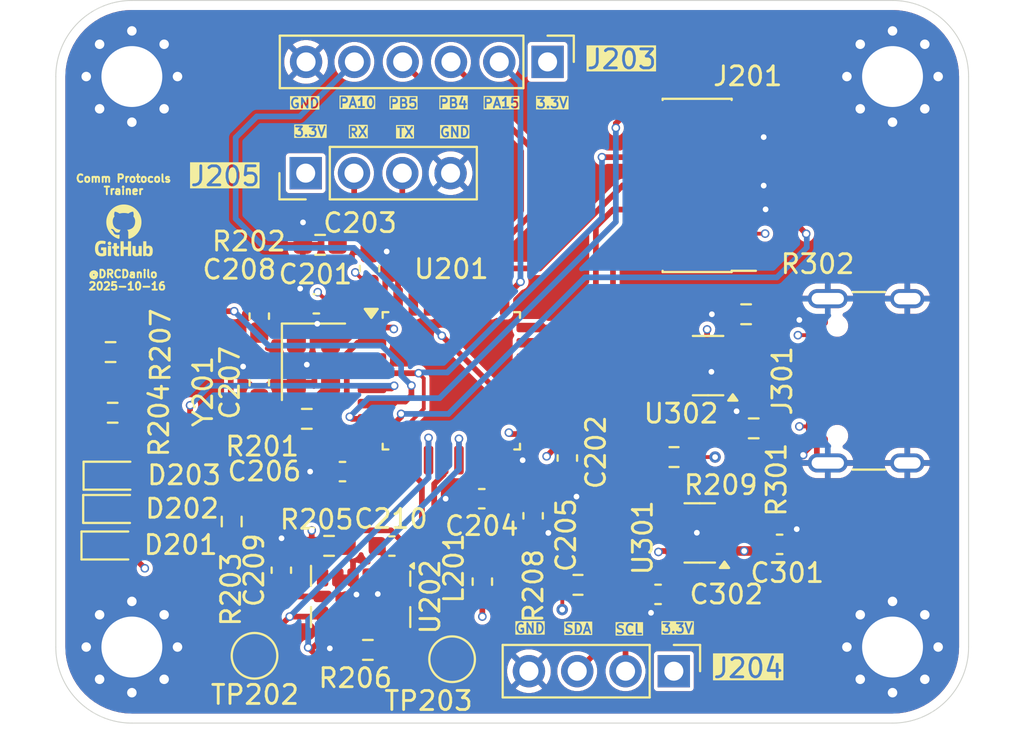
<source format=kicad_pcb>
(kicad_pcb (version 20241229) (generator "pcbnew") (generator_version "9.0")
  (title_block (title "Tuto Kicad") (date "2025-09-12") (rev "v10") (company "ENSEA") (comment 1 "Danilo Del Rio Cisneros"))
  (layers (0 "F.Cu" signal) (4 "In1.Cu" signal) (6 "In2.Cu" signal) (2 "B.Cu" signal) (13 "F.Paste" user) (15 "B.Paste" user) (5 "F.SilkS" user "F.Silkscreen") (7 "B.SilkS" user "B.Silkscreen") (1 "F.Mask" user) (3 "B.Mask" user) (25 "Edge.Cuts" user))
  (net 0 "")
  (net 1 "GND")
  (net 2 "+3.3V")
  (net 3 "Net-(U201-VDDA)")
  (net 4 "NRST")
  (net 5 "/STM32/OSC_IN")
  (net 6 "Net-(C208-Pad2)")
  (net 7 "+5V")
  (net 8 "Net-(D201-K)")
  (net 9 "Net-(D202-K)")
  (net 10 "RED_LED")
  (net 11 "SWDIO")
  (net 13 "SWO")
  (net 15 "SWCLK")
  (net 18 "/USB/USB_D-")
  (net 20 "/USB/CC1")
  (net 21 "/USB/USB_D+")
  (net 23 "/USB/CC2")
  (net 24 "VCP_RX")
  (net 25 "VCP_TX")
  (net 26 "/STM32/OSC_OUT")
  (net 27 "/STM32/BOOT0")
  (net 28 "BLUE_LED")
  (net 29 "Net-(D203-K)")
  (net 30 "PB5")
  (net 31 "PB4")
  (net 32 "PA15")
  (net 33 "I2C2_SCL")
  (net 34 "/STM32/D+")
  (net 35 "I2C2_SDA")
  (net 36 "/STM32/D-")
  (net 38 "Net-(U202-Vdd_I{slash}O)")
  (net 39 "Net-(U202-SDO{slash}ADDR)")
  (net 40 "UART1_RX")
  (net 42 "UART1_TX")
  (net 43 "SDIO_ACCE_SPI1")
  (net 44 "CS_ACCE_SP1")
  (net 45 "SCK_ACCE_SPI1")
  (net 46 "INT1_ACCE")
  (net 47 "INT2_ACCE")
  (net 50 "PA10")
  (footprint "LED_SMD:LED_0603_1608Metric_Pad1.05x0.95mm_HandSolder" (layer "F.Cu") (at 209.1 92.74)
    (property "Reference" "D202")
    (property "Value" "RED")
  )
  (footprint "Resistor_SMD:R_0603_1608Metric_Pad0.98x0.95mm_HandSolder" (layer "F.Cu") (at 219.9 78.85)
    (property "Reference" "R202")
    (property "Value" "100k")
  )
  (footprint "Capacitor_SMD:C_0603_1608Metric_Pad1.08x0.95mm_HandSolder" (layer "F.Cu") (at 221.075 90.775)
    (property "Reference" "C206")
    (property "Value" "1uF")
  )
  (footprint "Capacitor_SMD:C_0603_1608Metric_Pad1.08x0.95mm_HandSolder" (layer "F.Cu") (at 232.9 90.06 -90)
    (property "Reference" "C202")
    (property "Value" "100nF")
  )
  (footprint "Package_TO_SOT_SMD:SOT-23-6" (layer "F.Cu") (at 240.3 85.2 180)
    (property "Reference" "U302")
    (property "Value" "USBLC6-2SC6")
  )
  (footprint "Resistor_SMD:R_0603_1608Metric_Pad0.98x0.95mm_HandSolder" (layer "F.Cu") (at 220.37 94.68 180)
    (property "Reference" "R205")
    (property "Value" "100")
  )
  (footprint "Capacitor_SMD:C_0603_1608Metric_Pad1.08x0.95mm_HandSolder" (layer "F.Cu") (at 244.0625 94.6)
    (property "Reference" "C301")
    (property "Value" "1uF")
  )
  (footprint "Connector_PinHeader_2.54mm:PinHeader_1x04_P2.54mm_Vertical" (layer "F.Cu") (at 238.5 101.27 -90)
    (property "Reference" "J204")
    (property "Value" "I2C2")
  )
  (footprint "Resistor_SMD:R_0603_1608Metric_Pad0.98x0.95mm_HandSolder" (layer "F.Cu") (at 219.2 88)
    (property "Reference" "R201")
    (property "Value" "10R")
  )
  (footprint "Resistor_SMD:R_0603_1608Metric_Pad0.98x0.95mm_HandSolder" (layer "F.Cu") (at 215.25 93.4 -90)
    (property "Reference" "R203")
    (property "Value" "1k")
  )
  (footprint "Resistor_SMD:R_0603_1608Metric_Pad0.98x0.95mm_HandSolder" (layer "F.Cu") (at 208.88 84.49 180)
    (property "Reference" "R207")
    (property "Value" "1k")
  )
  (footprint "Resistor_SMD:R_0603_1608Metric_Pad0.98x0.95mm_HandSolder" (layer "F.Cu") (at 222.41 100.15)
    (property "Reference" "R206")
    (property "Value" "10k")
  )
  (footprint "Resistor_SMD:R_0603_1608Metric" (layer "F.Cu") (at 238.51 90.01 180)
    (property "Reference" "R209")
    (property "Value" "2K2")
  )
  (footprint "LED_SMD:LED_0603_1608Metric_Pad1.05x0.95mm_HandSolder" (layer "F.Cu") (at 209.01 94.66)
    (property "Reference" "D201")
    (property "Value" "GREEN")
  )
  (footprint "logoGitHub:logoGitHub" (layer "F.Cu") (at 209.58 78.09)
    (property "Reference" "G***" (hide yes))
    (property "Value" "LOGO" (hide yes))
  )
  (footprint "Capacitor_SMD:C_0603_1608Metric" (layer "F.Cu") (at 217.86 95.96 90)
    (property "Reference" "C209")
    (property "Value" "10uF")
  )
  (footprint "Capacitor_SMD:C_0603_1608Metric" (layer "F.Cu") (at 223.675 94.69 180)
    (property "Reference" "C210")
    (property "Value" "100nF")
  )
  (footprint "Resistor_SMD:R_0603_1608Metric_Pad0.98x0.95mm_HandSolder" (layer "F.Cu") (at 242.7 88.5 180)
    (property "Reference" "R301")
    (property "Value" "5k1")
  )
  (footprint "Resistor_SMD:R_0603_1608Metric_Pad0.98x0.95mm_HandSolder" (layer "F.Cu") (at 242.3 82.5 180)
    (property "Reference" "R302")
    (property "Value" "5k1")
  )
  (footprint "Crystal:Crystal_SMD_EuroQuartz_MT-4Pin_3.2x2.5mm" (layer "F.Cu") (at 219.55 85 -90)
    (property "Reference" "Y201")
    (property "Value" "16MHz")
  )
  (footprint "Package_QFP:LQFP-32_7x7mm_P0.8mm" (layer "F.Cu") (at 226.8 86)
    (property "Reference" "U201")
    (property "Value" "STM32G431KBT6")
  )
  (footprint "MountingHole:MountingHole_3.2mm_M3_Pad_Via" (layer "F.Cu") (at 210 70)
    (property "Reference" "H101" (hide yes))
    (property "Value" "MountingHole_Pad")
  )
  (footprint "Capacitor_SMD:C_0603_1608Metric_Pad1.08x0.95mm_HandSolder" (layer "F.Cu") (at 216.7 86.1 -90)
    (property "Reference" "C207")
    (property "Value" "10pF")
  )
  (footprint "Inductor_SMD:L_0603_1608Metric_Pad1.05x0.95mm_HandSolder" (layer "F.Cu") (at 228.43 96.56 90)
    (property "Reference" "L201")
    (property "Value" "4n9")
  )
  (footprint "Capacitor_SMD:C_0603_1608Metric_Pad1.08x0.95mm_HandSolder" (layer "F.Cu") (at 228.4 92.2 180)
    (property "Reference" "C204")
    (property "Value" "10nF")
  )
  (footprint "MountingHole:MountingHole_3.2mm_M3_Pad_Via" (layer "F.Cu") (at 250 70)
    (property "Reference" "H104" (hide yes))
    (property "Value" "MountingHole_Pad")
  )
  (footprint "Resistor_SMD:R_0603_1608Metric" (layer "F.Cu") (at 233.46 96.73)
    (property "Reference" "R208")
    (property "Value" "2K2")
  )
  (footprint "Capacitor_SMD:C_0603_1608Metric_Pad1.08x0.95mm_HandSolder" (layer "F.Cu") (at 222.5 80.1 90)
    (property "Reference" "C203")
    (property "Value" "100nF")
  )
  (footprint "TestPoint:TestPoint_Pad_D2.0mm" (layer "F.Cu") (at 216.45 100.46)
    (property "Reference" "TP202")
    (property "Value" "TestPoint")
  )
  (footprint "Resistor_SMD:R_0603_1608Metric_Pad0.98x0.95mm_HandSolder" (layer "F.Cu") (at 208.99 87.68 180)
    (property "Reference" "R204")
    (property "Value" "1k")
  )
  (footprint "TestPoint:TestPoint_Pad_D2.0mm" (layer "F.Cu") (at 226.84 100.64)
    (property "Reference" "TP203")
    (property "Value" "TestPoint")
  )
  (footprint "Connector_USB:USB_C_Receptacle_GCT_USB4105-xx-A_16P_TopMnt_Horizontal" (layer "F.Cu") (at 249.7 86 90)
    (property "Reference" "J301")
    (property "Value" "USB_C_Receptacle_USB2.0_16P")
  )
  (footprint "Connector_PinHeader_2.54mm:PinHeader_1x04_P2.54mm_Vertical" (layer "F.Cu") (at 219.14 75.08 90)
    (property "Reference" "J205")
    (property "Value" "UART1")
  )
  (footprint "Capacitor_SMD:C_0603_1608Metric_Pad1.08x0.95mm_HandSolder" (layer "F.Cu") (at 231.1 93.1 -90)
    (property "Reference" "C205")
    (property "Value" "1uF")
  )
  (footprint "Capacitor_SMD:C_0603_1608Metric_Pad1.08x0.95mm_HandSolder" (layer "F.Cu") (at 237.67 97.23 180)
    (property "Reference" "C302")
    (property "Value" "1uF")
  )
  (footprint "MountingHole:MountingHole_3.2mm_M3_Pad_Via" (layer "F.Cu") (at 250 100)
    (property "Reference" "H103" (hide yes))
    (property "Value" "MountingHole_Pad")
  )
  (footprint "Package_TO_SOT_SMD:SOT-23-5" (layer "F.Cu") (at 239.8625 94 180)
    (property "Reference" "U301")
    (property "Value" "MIC5317-3.3YM5-TR")
  )
  (footprint "Connector_PinHeader_2.54mm:PinHeader_1x06_P2.54mm_Vertical" (layer "F.Cu") (at 231.86 69.23 -90)
    (property "Reference" "J203")
    (property "Value" "GPIO")
  )
  (footprint "MountingHole:MountingHole_3.2mm_M3_Pad_Via" (layer "F.Cu") (at 210 100)
    (property "Reference" "H102" (hide yes))
    (property "Value" "MountingHole_Pad")
  )
  (footprint "Capacitor_SMD:C_0603_1608Metric_Pad1.08x0.95mm_HandSolder" (layer "F.Cu") (at 219.7 81.95 180)
    (property "Reference" "C201")
    (property "Value" "4u7F")
  )
  (footprint "Capacitor_SMD:C_0603_1608Metric_Pad1.08x0.95mm_HandSolder" (layer "F.Cu") (at 216.7 82.6 -90)
    (property "Reference" "C208")
    (property "Value" "10pF")
  )
  (footprint "LED_SMD:LED_0603_1608Metric_Pad1.05x0.95mm_HandSolder" (layer "F.Cu") (at 209.12 90.99)
    (property "Reference" "D203")
    (property "Value" "BLUE")
  )
  (footprint "Package_LGA:LGA-14_3x5mm_P0.8mm_LayoutBorder1x6y" (layer "F.Cu") (at 222.03 97.34 -90)
    (property "Reference" "U202")
    (property "Value" "ADXL343")
  )
  (footprint "Connector_PinHeader_1.27mm:PinHeader_2x07_P1.27mm_Vertical_SMD" (layer "F.Cu") (at 239.725 75.725 180)
    (property "Reference" "J201")
    (property "Value" "Conn_ST_STDC14")
  )
  (gr_line (start 250 66) (end 210 66) (stroke (width 0.05)) (layer "Edge.Cuts"))
  (gr_line (start 210 104) (end 250 104) (stroke (width 0.05)) (layer "Edge.Cuts"))
  (gr_line (start 254 100) (end 254 70) (stroke (width 0.05)) (layer "Edge.Cuts"))
  (gr_arc (start 254 100) (mid 252.828427 102.828427) (end 250 104) (stroke (width 0.05)) (layer "Edge.Cuts"))
  (gr_arc (start 210 104) (mid 207.171573 102.828427) (end 206 100) (stroke (width 0.05)) (layer "Edge.Cuts"))
  (gr_arc (start 206 70) (mid 207.171573 67.171573) (end 210 66) (stroke (width 0.05)) (layer "Edge.Cuts"))
  (gr_arc (start 250 66) (mid 252.828427 67.171573) (end 254 70) (stroke (width 0.05)) (layer "Edge.Cuts"))
  (gr_line (start 206 70) (end 206 100) (stroke (width 0.05)) (layer "Edge.Cuts"))
  (gr_text "SCL" (at 235.38 99.36 0) (layer "F.SilkS" knockout) (effects (font (size 0.5 0.5) (thickness 0.1)) (justify left bottom)))
  (gr_text "@DRCDanilo\n2025-10-16" (at 207.67 81.26 0) (layer "F.SilkS") (effects (font (size 0.4 0.4) (thickness 0.1)) (justify left bottom)))
  (gr_text "GND" (at 230.11 99.31 0) (layer "F.SilkS" knockout) (effects (font (size 0.5 0.5) (thickness 0.1)) (justify left bottom)))
  (gr_text "PA15" (at 228.42 71.69 0) (layer "F.SilkS" knockout) (effects (font (size 0.5 0.5) (thickness 0.1)) (justify left bottom)))
  (gr_text "3.3V" (at 231.22 71.69 0) (layer "F.SilkS" knockout) (effects (font (size 0.5 0.5) (thickness 0.1)) (justify left bottom)))
  (gr_text "PA10" (at 220.84 71.67 0) (layer "F.SilkS" knockout) (effects (font (size 0.5 0.5) (thickness 0.1)) (justify left bottom)))
  (gr_text "Comm Protocols\nTrainer" (at 209.559326 76.24 0) (layer "F.SilkS") (effects (font (size 0.4 0.4) (thickness 0.1)) (justify bottom)))
  (gr_text "3.3V" (at 218.5 73.19 0) (layer "F.SilkS" knockout) (effects (font (size 0.5 0.5) (thickness 0.1)) (justify left bottom)))
  (gr_text "TX" (at 223.88 73.22 0) (layer "F.SilkS" knockout) (effects (font (size 0.5 0.5) (thickness 0.1)) (justify left bottom)))
  (gr_text "3.3V" (at 237.81 99.31 0) (layer "F.SilkS" knockout) (effects (font (size 0.5 0.5) (thickness 0.1)) (justify left bottom)))
  (gr_text "GND" (at 218.26 71.7 0) (layer "F.SilkS" knockout) (effects (font (size 0.5 0.5) (thickness 0.1)) (justify left bottom)))
  (gr_text "PB4" (at 226.09 71.69 0) (layer "F.SilkS" knockout) (effects (font (size 0.5 0.5) (thickness 0.1)) (justify left bottom)))
  (gr_text "SDA" (at 232.68 99.33 0) (layer "F.SilkS" knockout) (effects (font (size 0.5 0.5) (thickness 0.1)) (justify left bottom)))
  (gr_text "GND" (at 226.15 73.22 0) (layer "F.SilkS" knockout) (effects (font (size 0.5 0.5) (thickness 0.1)) (justify left bottom)))
  (gr_text "PB5" (at 223.47 71.7 0) (layer "F.SilkS" knockout) (effects (font (size 0.5 0.5) (thickness 0.1)) (justify left bottom)))
  (gr_text "RX" (at 221.33 73.21 0) (layer "F.SilkS" knockout) (effects (font (size 0.5 0.5) (thickness 0.1)) (justify left bottom)))
  (segment (start 246.02 89.2) (end 246 89.2) (width 0.2) (layer "F.Cu") (net 1))
  (segment (start 246.02 82.8) (end 245.1 82.8) (width 0.2) (layer "F.Cu") (net 1))
  (segment (start 228 91.7375) (end 227.5375 92.2) (width 0.3) (layer "F.Cu") (net 1))
  (segment (start 244.9625 94.5625) (end 244.925 94.6) (width 0.2) (layer "F.Cu") (net 1))
  (segment (start 223.3625 79.2375) (end 223.4 79.2) (width 0.2) (layer "F.Cu") (net 1))
  (segment (start 236.8075 97.7075) (end 237.3 98.2) (width 0.3) (layer "F.Cu") (net 1))
  (segment (start 224 81.825) (end 224 79.8) (width 0.3) (layer "F.Cu") (net 1))
  (segment (start 241.4375 85.2) (end 240.802019 85.2) (width 0.2) (layer "F.Cu") (net 1))
  (segment (start 220.49 100.15) (end 220.41 100.07) (width 0.3) (layer "F.Cu") (net 1))
  (segment (start 221.63 97.06) (end 221.81 97.24) (width 0.3) (layer "F.Cu") (net 1))
  (segment (start 232.9 91.61) (end 233.38 92.09) (width 0.3) (layer "F.Cu") (net 1))
  (segment (start 241.3875 82.5) (end 240.5 82.5) (width 0.2) (layer "F.Cu") (net 1))
  (segment (start 222.5 79.2375) (end 223.3625 79.2375) (width 0.2) (layer "F.Cu") (net 1))
  (segment (start 232.9 90.9225) (end 232.9 91.61) (width 0.3) (layer "F.Cu") (net 1))
  (segment (start 218.8375 81.95) (end 218.8375 81.1625) (width 0.2) (layer "F.Cu") (net 1))
  (segment (start 223.23 96.91339) (end 222.931519 97.211871) (width 0.3) (layer "F.Cu") (net 1))
  (segment (start 215.8625 85.2375) (end 215.85 85.25) (width 0.2) (layer "F.Cu") (net 1))
  (segment (start 240.802019 85.2) (end 240.47562 85.526399) (width 0.2) (layer "F.Cu") (net 1))
  (segment (start 217.86 94.29) (end 217.87 94.28) (width 0.3) (layer "F.Cu") (net 1))
  (segment (start 220.45 83.9) (end 220.45 83.7) (width 0.2) (layer "F.Cu") (net 1))
  (segment (start 231.8625 93.9625) (end 231.9 94) (width 0.2) (layer "F.Cu") (net 1))
  (segment (start 241.7875 88.5) (end 241.7875 87.6125) (width 0.2) (layer "F.Cu") (net 1))
  (segment (start 241 94) (end 239.72 94) (width 0.2) (layer "F.Cu") (net 1))
  (segment (start 243.215 75.725) (end 243.225 75.735) (width 0.2) (layer "F.Cu") (net 1))
  (segment (start 241.675 73.185) (end 243.225 73.185) (width 0.2) (layer "F.Cu") (net 1))
  (segment (start 241.7875 87.6125) (end 241.8 87.6) (width 0.2) (layer "F.Cu") (net 1))
  (segment (start 218.65 85.7) (end 219.2 85.15) (width 0.2) (layer "F.Cu") (net 1))
  (segment (start 223.23 96.34) (end 223.23 96.91339) (width 0.3) (layer "F.Cu") (net 1))
  (segment (start 244.9625 93.8) (end 244.9625 94.5625) (width 0.2) (layer "F.Cu") (net 1))
  (segment (start 221.4975 100.15) (end 220.49 100.15) (width 0.3) (layer "F.Cu") (net 1))
  (segment (start 220.83 96.34) (end 221.63 96.34) (width 0.3) (layer "F.Cu") (net 1))
  (segment (start 223.23 95.02) (end 222.9 94.69) (width 0.3) (layer "F.Cu") (net 1))
  (segment (start 236.8075 97.23) (end 236.8075 97.7075) (width 0.3) (layer "F.Cu") (net 1))
  (segment (start 221.63 96.34) (end 221.63 97.06) (width 0.3) (layer "F.Cu") (net 1))
  (segment (start 246.595 90.32) (end 247.48 90.32) (width 0.2) (layer "F.Cu") (net 1))
  (segment (start 250.775 81.68) (end 250.98 81.68) (width 0.2) (layer "F.Cu") (net 1))
  (segment (start 223.23 96.34) (end 223.23 95.02) (width 0.3) (layer "F.Cu") (net 1))
  (segment (start 243.315 76.995) (end 243.325 76.985) (width 0.2) (layer "F.Cu") (net 1))
  (segment (start 220.45 83.7) (end 219.75 83) (width 0.2) (layer "F.Cu") (net 1))
  (segment (start 227.5375 92.2) (end 226.5 92.2) (width 0.2) (layer "F.Cu") (net 1))
  (segment (start 246.595 81.68) (end 247.48 81.68) (width 0.2) (layer "F.Cu") (net 1))
  (segment (start 220.2125 90.775) (end 219.375 90.775) (width 0.5) (layer "F.Cu") (net 1))
  (segment (start 217.86 95.185) (end 217.86 94.29) (width 0.3) (layer "F.Cu") (net 1))
  (segment (start 218.8375 81.1625) (end 218.85 81.15) (width 0.2) (layer "F.Cu") (net 1))
  (segment (start 228 90.175) (end 228 91.7375) (width 0.3) (layer "F.Cu") (net 1))
  (segment (start 241.675 76.995) (end 243.315 76.995) (width 0.2) (layer "F.Cu") (net 1))
  (segment (start 218.9875 78.85) (end 218.9875 77.6825) (width 0.3) (layer "F.Cu") (net 1))
  (segment (start 218.9875 77.6825) (end 219 77.67) (width 0.3) (layer "F.Cu") (net 1))
  (segment (start 216.7 85.2375) (end 215.8625 85.2375) (width 0.2) (layer "F.Cu") (net 1))
  (segment (start 246 89.2) (end 245.3 89.9) (width 0.2) (layer "F.Cu") (net 1))
  (segment (start 239.72 94) (end 239.71 93.99) (width 0.2) (layer "F.Cu") (net 1))
  (segment (start 218.65 86.1) (end 218.65 85.7) (width 0.2) (layer "F.Cu") (net 1))
  (segment (start 224 79.8) (end 223.4 79.2) (width 0.3) (layer "F.Cu") (net 1))
  (segment (start 231.1 93.9625) (end 231.8625 93.9625) (width 0.2) (layer "F.Cu") (net 1))
  (segment (start 241.675 75.725) (end 243.215 75.725) (width 0.2) (layer "F.Cu") (net 1))
  (via (at 219.75 83) (size 0.45) (drill 0.3) (layers "F.Cu" "B.Cu") (net 1))
  (via (at 243.225 75.735) (size 0.45) (drill 0.3) (layers "F.Cu" "B.Cu") (net 1))
  (via (at 226.5 92.2) (size 0.45) (drill 0.3) (layers "F.Cu" "B.Cu") (net 1))
  (via (at 223.4 79.2) (size 0.45) (drill 0.3) (layers "F.Cu" "B.Cu") (net 1))
  (via (at 233.38 92.09) (size 0.45) (drill 0.3) (layers "F.Cu" "B.Cu") (net 1))
  (via (at 219.2 85.15) (size 0.45) (drill 0.3) (layers "F.Cu" "B.Cu") (net 1))
  (via (at 244.9625 93.8) (size 0.45) (drill 0.3) (layers "F.Cu" "B.Cu") (net 1))
  (via (at 245.1 82.8) (size 0.45) (drill 0.3) (layers "F.Cu" "B.Cu") (net 1))
  (via (at 218.85 81.15) (size 0.45) (drill 0.3) (layers "F.Cu" "B.Cu") (net 1))
  (via (at 219.375 90.775) (size 0.45) (drill 0.3) (layers "F.Cu" "B.Cu") (net 1))
  (via (at 217.87 94.28) (size 0.45) (drill 0.3) (layers "F.Cu" "B.Cu") (net 1))
  (via (at 241.8 87.6) (size 0.45) (drill 0.3) (layers "F.Cu" "B.Cu") (net 1))
  (via (at 240.5 82.5) (size 0.45) (drill 0.3) (layers "F.Cu" "B.Cu") (net 1))
  (via (at 243.325 76.985) (size 0.45) (drill 0.3) (layers "F.Cu" "B.Cu") (net 1))
  (via (at 240.47562 85.526399) (size 0.45) (drill 0.3) (layers "F.Cu" "B.Cu") (net 1))
  (via (at 215.85 85.25) (size 0.45) (drill 0.3) (layers "F.Cu" "B.Cu") (net 1))
  (via (at 220.41 100.07) (size 0.45) (drill 0.3) (layers "F.Cu" "B.Cu") (net 1))
  (via (at 230.55 90.175) (size 0.45) (drill 0.3) (layers "F.Cu" "B.Cu") (net 1))
  (via (at 231.9 94) (size 0.45) (drill 0.3) (layers "F.Cu" "B.Cu") (net 1))
  (via (at 219 77.67) (size 0.45) (drill 0.3) (layers "F.Cu" "B.Cu") (net 1))
  (via (at 222.931519 97.211871) (size 0.45) (drill 0.3) (layers "F.Cu" "B.Cu") (net 1))
  (via (at 237.3 98.2) (size 0.45) (drill 0.3) (layers "F.Cu" "B.Cu") (net 1))
  (via (at 221.81 97.24) (size 0.45) (drill 0.3) (layers "F.Cu" "B.Cu") (net 1))
  (via (at 239.71 93.99) (size 0.6) (drill 0.3) (layers "F.Cu" "B.Cu") (net 1))
  (via (at 245.3 89.9) (size 0.45) (drill 0.3) (layers "F.Cu" "B.Cu") (net 1))
  (via (at 243.225 73.185) (size 0.45) (drill 0.3) (layers "F.Cu" "B.Cu") (net 1))
  (segment (start 239.335 90.01) (end 240.67 90.01) (width 0.2) (layer "F.Cu") (net 2))
  (segment (start 232.635 98.025) (end 232.63 98.03) (width 0.2) (layer "F.Cu") (net 2))
  (segment (start 239.335 90.01) (end 239.335 90.485) (width 0.2) (layer "F.Cu") (net 2))
  (segment (start 219.4575 93.8725) (end 219.46 93.87) (width 0.3) (layer "F.Cu") (net 2))
  (segment (start 222.4125 80.9625) (end 221.75 80.3) (width 0.2) (layer "F.Cu") (net 2))
  (segment (start 220.5625 81.95) (end 220.386274 81.95) (width 0.2) (layer "F.Cu") (net 2))
  (segment (start 223.7 83.2) (end 223.775 83.275) (width 0.2) (layer "F.Cu") (net 2))
  (segment (start 239.335 90.485) (end 237.48 92.34) (width 0.2) (layer "F.Cu") (net 2))
  (segment (start 228.43 97.435) (end 228.43 98.4) (width 0.3) (layer "F.Cu") (net 2))
  (segment (start 232.9 89.1975) (end 232.5825 89.1975) (width 0.3) (layer "F.Cu") (net 2))
  (segment (start 209.885 95.065) (end 210.68 95.86) (width 0.3) (layer "F.Cu") (net 2))
  (segment (start 241.675 78.265) (end 243.295 78.265) (width 0.2) (layer "F.Cu") (net 2))
  (segment (start 222.5 80.9625) (end 222.4125 80.9625) (width 0.2) (layer "F.Cu") (net 2))
  (segment (start 222.625 83.2) (end 223.7 83.2) (width 0.3) (layer "F.Cu") (net 2))
  (segment (start 219.4575 94.68) (end 219.4575 93.8725) (width 0.3) (layer "F.Cu") (net 2))
  (segment (start 230.975 88.8) (end 229.9 88.8) (width 0.3) (layer "F.Cu") (net 2))
  (segment (start 237.48 92.34) (end 237.48 93.705) (width 0.2) (layer "F.Cu") (net 2))
  (segment (start 243.295 78.265) (end 243.3 78.26) (width 0.2) (layer "F.Cu") (net 2))
  (segment (start 238.725 94.95) (end 237.74 94.95) (width 0.3) (layer "F.Cu") (net 2))
  (segment (start 220.386274 81.95) (end 219.774205 81.337931) (width 0.2) (layer "F.Cu") (net 2))
  (segment (start 229.9 88.8) (end 229.825 88.725) (width 0.3) (layer "F.Cu") (net 2))
  (segment (start 232.5825 89.1975) (end 231.81 89.97) (width 0.3) (layer "F.Cu") (net 2))
  (segment (start 238.725 97.0375) (end 238.5325 97.23) (width 0.3) (layer "F.Cu") (net 2))
  (segment (start 237.74 94.95) (end 237.69 95) (width 0.3) (layer "F.Cu") (net 2))
  (segment (start 232.635 96.73) (end 232.635 98.025) (width 0.2) (layer "F.Cu") (net 2))
  (segment (start 238.725 94.95) (end 238.725 97.0375) (width 0.3) (layer "F.Cu") (net 2))
  (segment (start 209.885 94.66) (end 209.885 95.065) (width 0.3) (layer "F.Cu") (net 2))
  (segment (start 237.48 93.705) (end 238.725 94.95) (width 0.2) (layer "F.Cu") (net 2))
  (via (at 231.81 89.97) (size 0.45) (drill 0.3) (layers "F.Cu" "B.Cu") (net 2))
  (via (at 237.69 95) (size 0.45) (drill 0.3) (layers "F.Cu" "B.Cu") (net 2))
  (via (at 232.63 98.03) (size 0.6) (drill 0.3) (layers "F.Cu" "B.Cu") (net 2))
  (via (at 240.67 90.01) (size 0.6) (drill 0.3) (layers "F.Cu" "B.Cu") (net 2))
  (via (at 223.775 83.275) (size 0.45) (drill 0.3) (layers "F.Cu" "B.Cu") (net 2))
  (via (at 219.46 93.87) (size 0.45) (drill 0.3) (layers "F.Cu" "B.Cu") (net 2))
  (via (at 229.825 88.725) (size 0.45) (drill 0.3) (layers "F.Cu" "B.Cu") (net 2))
  (via (at 228.43 98.4) (size 0.45) (drill 0.3) (layers "F.Cu" "B.Cu") (net 2))
  (via (at 221.75 80.3) (size 0.45) (drill 0.3) (layers "F.Cu" "B.Cu") (net 2))
  (via (at 243.3 78.26) (size 0.45) (drill 0.3) (layers "F.Cu" "B.Cu") (net 2))
  (via (at 210.68 95.86) (size 0.45) (drill 0.3) (layers "F.Cu" "B.Cu") (net 2))
  (via (at 219.774205 81.337931) (size 0.45) (drill 0.3) (layers "F.Cu" "B.Cu") (net 2))
  (segment (start 229.2625 93.1475) (end 228.43 93.98) (width 0.3) (layer "F.Cu") (net 3))
  (segment (start 229.2625 92.2) (end 231.0625 92.2) (width 0.3) (layer "F.Cu") (net 3))
  (segment (start 228.8 91.7375) (end 228.8 90.175) (width 0.3) (layer "F.Cu") (net 3))
  (segment (start 228.43 93.98) (end 228.43 95.685) (width 0.3) (layer "F.Cu") (net 3))
  (segment (start 229.2625 92.2) (end 229.2625 93.1475) (width 0.3) (layer "F.Cu") (net 3))
  (segment (start 231.0625 92.2) (end 231.1 92.2375) (width 0.2) (layer "F.Cu") (net 3))
  (segment (start 229.2625 92.2) (end 228.8 91.7375) (width 0.3) (layer "F.Cu") (net 3))
  (segment (start 225.35 87.469082) (end 222.044082 90.775) (width 0.2) (layer "F.Cu") (net 4))
  (segment (start 236.945 73.185) (end 237.775 73.185) (width 0.3) (layer "F.Cu") (net 4))
  (segment (start 234.72 74.24) (end 235.89 74.24) (width 0.3) (layer "F.Cu") (net 4))
  (segment (start 235.89 74.24) (end 236.945 73.185) (width 0.3) (layer "F.Cu") (net 4))
  (segment (start 222.044082 90.775) (end 221.9375 90.775) (width 0.2) (layer "F.Cu") (net 4))
  (segment (start 225.08 85.6) (end 222.625 85.6) (width 0.3) (layer "F.Cu") (net 4))
  (segment (start 225.35 85.87) (end 225.35 87.469082) (width 0.2) (layer "F.Cu") (net 4))
  (segment (start 225.08 85.6) (end 225.35 85.87) (width 0.2) (layer "F.Cu") (net 4))
  (via (at 234.72 74.24) (size 0.45) (drill 0.3) (layers "F.Cu" "B.Cu") (net 4))
  (via (at 225.08 85.6) (size 0.45) (drill 0.3) (layers "F.Cu" "B.Cu") (net 4))
  (segment (start 225.08 85.6) (end 225.12 85.56) (width 0.3) (layer "B.Cu") (net 4))
  (segment (start 226.59 85.56) (end 234.72 77.43) (width 0.3) (layer "B.Cu") (net 4))
  (segment (start 234.72 77.43) (end 234.72 74.24) (width 0.3) (layer "B.Cu") (net 4))
  (segment (start 225.12 85.56) (end 226.59 85.56) (width 0.3) (layer "B.Cu") (net 4))
  (segment (start 220.45 85.425001) (end 220.45 86.1) (width 0.3) (layer "F.Cu") (net 5))
  (segment (start 216.7 86.9625) (end 216.8385 87.101) (width 0.3) (layer "F.Cu") (net 5))
  (segment (start 219.449 87.101) (end 220.45 86.1) (width 0.3) (layer "F.Cu") (net 5))
  (segment (start 216.8385 87.101) (end 219.449 87.101) (width 0.3) (layer "F.Cu") (net 5))
  (segment (start 222.625 84) (end 221.875001 84) (width 0.3) (layer "F.Cu") (net 5))
  (segment (start 221.875001 84) (end 220.45 85.425001) (width 0.3) (layer "F.Cu") (net 5))
  (segment (start 215.199 87.374) (end 215.199 84.9635) (width 0.3) (layer "F.Cu") (net 6))
  (segment (start 215.199 84.9635) (end 216.7 83.4625) (width 0.3) (layer "F.Cu") (net 6))
  (segment (start 215.825 88) (end 215.199 87.374) (width 0.3) (layer "F.Cu") (net 6))
  (segment (start 216.7 83.4625) (end 218.2125 83.4625) (width 0.3) (layer "F.Cu") (net 6))
  (segment (start 218.2125 83.4625) (end 218.65 83.9) (width 0.3) (layer "F.Cu") (net 6))
  (segment (start 218.2875 88) (end 215.825 88) (width 0.3) (layer "F.Cu") (net 6))
  (segment (start 241 93.05) (end 242.55 93.05) (width 0.5) (layer "F.Cu") (net 7))
  (segment (start 246.206 83.786) (end 246.02 83.6) (width 0.2) (layer "F.Cu") (net 7))
  (segment (start 242.2 94.95) (end 242.85 94.95) (width 0.5) (layer "F.Cu") (net 7))
  (segment (start 242.85 94.95) (end 243.2 94.6) (width 0.5) (layer "F.Cu") (net 7))
  (segment (start 242.55 93.05) (end 243.2 93.7) (width 0.5) (layer "F.Cu") (net 7))
  (segment (start 239.1625 85.2) (end 239.73 85.2) (width 0.3) (layer "F.Cu") (net 7))
  (segment (start 246.02 88.4) (end 246.206 88.214) (width 0.2) (layer "F.Cu") (net 7))
  (segment (start 239.73 85.2) (end 240.31 84.62) (width 0.3) (layer "F.Cu") (net 7))
  (segment (start 245.1 88.4) (end 246.02 88.4) (width 0.2) (layer "F.Cu") (net 7))
  (segment (start 243.2 93.7) (end 243.2 94.6) (width 0.5) (layer "F.Cu") (net 7))
  (segment (start 246.02 83.6) (end 245.025 83.6) (width 0.2) (layer "F.Cu") (net 7))
  (segment (start 240.31 84.62) (end 240.25 84.56) (width 0.3) (layer "F.Cu") (net 7))
  (segment (start 241 94.95) (end 242.2 94.95) (width 0.5) (layer "F.Cu") (net 7))
  (segment (start 240.25 84.56) (end 240.25 83.3) (width 0.3) (layer "F.Cu") (net 7))
  (via (at 242.2 94.95) (size 0.45) (drill 0.3) (layers "F.Cu" "B.Cu") (net 7))
  (via (at 245.1 88.4) (size 0.45) (drill 0.3) (layers "F.Cu" "B.Cu") (net 7))
  (via (at 245.025 83.6) (size 0.45) (drill 0.3) (layers "F.Cu" "B.Cu") (net 7))
  (via (at 240.25 83.3) (size 0.45) (drill 0.3) (layers "F.Cu" "B.Cu") (net 7))
  (segment (start 208.135 94.66) (end 208.961 93.834) (width 0.3) (layer "F.Cu") (net 8))
  (segment (start 208.961 93.834) (end 214.7715 93.834) (width 0.3) (layer "F.Cu") (net 8))
  (segment (start 214.7715 93.834) (end 215.25 94.3125) (width 0.3) (layer "F.Cu") (net 8))
  (segment (start 208.0775 87.68) (end 209.12 88.7225) (width 0.3) (layer "F.Cu") (net 9))
  (segment (start 209.12 88.7225) (end 209.12 91.845) (width 0.3) (layer "F.Cu") (net 9))
  (segment (start 209.12 91.845) (end 208.225 92.74) (width 0.3) (layer "F.Cu") (net 9))
  (segment (start 222.625 86.4) (end 223.650763 86.4) (width 0.3) (layer "F.Cu") (net 10))
  (segment (start 223.650763 86.4) (end 223.790762 86.260001) (width 0.3) (layer "F.Cu") (net 10))
  (segment (start 213.06 89.655) (end 213.06 87.29) (width 0.3) (layer "F.Cu") (net 10))
  (segment (start 209.975 92.74) (end 213.06 89.655) (width 0.3) (layer "F.Cu") (net 10))
  (via (at 213.06 87.29) (size 0.45) (drill 0.3) (layers "F.Cu" "B.Cu") (net 10))
  (via (at 223.790762 86.260001) (size 0.45) (drill 0.3) (layers "F.Cu" "B.Cu") (net 10))
  (segment (start 214.089999 86.260001) (end 213.06 87.29) (width 0.3) (layer "B.Cu") (net 10))
  (segment (start 223.790762 86.260001) (end 214.089999 86.260001) (width 0.3) (layer "B.Cu") (net 10))
  (segment (start 235.3 81.2) (end 235.3 79.1) (width 0.3) (layer "F.Cu") (net 11))
  (segment (start 230.975 84) (end 232.5 84) (width 0.3) (layer "F.Cu") (net 11))
  (segment (start 232.5 84) (end 235.3 81.2) (width 0.3) (layer "F.Cu") (net 11))
  (segment (start 235.3 79.1) (end 236.135 78.265) (width 0.3) (layer "F.Cu") (net 11))
  (segment (start 236.135 78.265) (end 237.775 78.265) (width 0.3) (layer "F.Cu") (net 11))
  (segment (start 229.90837 80.09) (end 231.45 80.09) (width 0.3) (layer "F.Cu") (net 13))
  (segment (start 228.8 81.19837) (end 229.90837 80.09) (width 0.3) (layer "F.Cu") (net 13))
  (segment (start 235.815 75.725) (end 237.775 75.725) (width 0.3) (layer "F.Cu") (net 13))
  (segment (start 228.8 81.825) (end 228.8 81.19837) (width 0.3) (layer "F.Cu") (net 13))
  (segment (start 231.45 80.09) (end 235.815 75.725) (width 0.3) (layer "F.Cu") (net 13))
  (segment (start 232.2 83.2) (end 234.4 81) (width 0.3) (layer "F.Cu") (net 15))
  (segment (start 235.305 76.995) (end 237.775 76.995) (width 0.3) (layer "F.Cu") (net 15))
  (segment (start 230.975 83.2) (end 232.2 83.2) (width 0.3) (layer "F.Cu") (net 15))
  (segment (start 234.4 81) (end 234.4 77.9) (width 0.3) (layer "F.Cu") (net 15))
  (segment (start 234.4 77.9) (end 235.305 76.995) (width 0.3) (layer "F.Cu") (net 15))
  (segment (start 245.144 86.017176) (end 245.411176 85.75) (width 0.2) (layer "F.Cu") (net 18))
  (segment (start 243.1 85.725) (end 242.675 86.15) (width 0.2) (layer "F.Cu") (net 18))
  (segment (start 245.132499 85.725) (end 243.1 85.725) (width 0.2) (layer "F.Cu") (net 18))
  (segment (start 242.675 86.15) (end 241.4375 86.15) (width 0.2) (layer "F.Cu") (net 18))
  (segment (start 246.02 86.75) (end 245.411176 86.75) (width 0.2) (layer "F.Cu") (net 18))
  (segment (start 245.411176 86.75) (end 245.144 86.482824) (width 0.2) (layer "F.Cu") (net 18))
  (segment (start 245.157499 85.75) (end 245.132499 85.725) (width 0.2) (layer "F.Cu") (net 18))
  (segment (start 245.144 86.482824) (end 245.144 86.017176) (width 0.2) (layer "F.Cu") (net 18))
  (segment (start 246.02 85.75) (end 245.157499 85.75) (width 0.2) (layer "F.Cu") (net 18))
  (segment (start 245.411176 85.75) (end 246.02 85.75) (width 0.2) (layer "F.Cu") (net 18))
  (segment (start 246.02 87.25) (end 245.275 87.25) (width 0.2) (layer "F.Cu") (net 20))
  (segment (start 244.025 88.5) (end 243.6125 88.5) (width 0.2) (layer "F.Cu") (net 20))
  (segment (start 245.275 87.25) (end 244.025 88.5) (width 0.2) (layer "F.Cu") (net 20))
  (segment (start 242.075 84.25) (end 241.4375 84.25) (width 0.2) (layer "F.Cu") (net 21))
  (segment (start 246.896 85.982824) (end 246.896 85.496) (width 0.2) (layer "F.Cu") (net 21))
  (segment (start 246.65 85.25) (end 246.02 85.25) (width 0.2) (layer "F.Cu") (net 21))
  (segment (start 243.1 85.275) (end 245.132499 85.275) (width 0.2) (layer "F.Cu") (net 21))
  (segment (start 246.628824 86.25) (end 246.896 85.982824) (width 0.2) (layer "F.Cu") (net 21))
  (segment (start 243.1 85.275) (end 242.075 84.25) (width 0.2) (layer "F.Cu") (net 21))
  (segment (start 246.02 85.25) (end 245.157499 85.25) (width 0.2) (layer "F.Cu") (net 21))
  (segment (start 246.02 86.25) (end 246.628824 86.25) (width 0.2) (layer "F.Cu") (net 21))
  (segment (start 246.896 85.496) (end 246.65 85.25) (width 0.2) (layer "F.Cu") (net 21))
  (segment (start 245.157499 85.25) (end 245.132499 85.275) (width 0.2) (layer "F.Cu") (net 21))
  (segment (start 243.2125 82.5875) (end 243.2125 82.5) (width 0.2) (layer "F.Cu") (net 23))
  (segment (start 246.02 84.25) (end 244.875 84.25) (width 0.2) (layer "F.Cu") (net 23))
  (segment (start 244.875 84.25) (end 243.2125 82.5875) (width 0.2) (layer "F.Cu") (net 23))
  (segment (start 244.23 72.14) (end 244.23 72.11) (width 0.3) (layer "F.Cu") (net 24))
  (segment (start 222.625 88.8) (end 223.25163 88.8) (width 0.3) (layer "F.Cu") (net 24))
  (segment (start 244.39 77.2) (end 244.39 72.3) (width 0.3) (layer "F.Cu") (net 24))
  (segment (start 244.035 71.915) (end 241.675 71.915) (width 0.3) (layer "F.Cu") (net 24))
  (segment (start 244.39 72.3) (end 244.23 72.14) (width 0.3) (layer "F.Cu") (net 24))
  (segment (start 244.23 72.11) (end 244.035 71.915) (width 0.3) (layer "F.Cu") (net 24))
  (segment (start 223.25163 88.8) (end 224.159921 87.891709) (width 0.3) (layer "F.Cu") (net 24))
  (segment (start 224.159921 87.891709) (end 224.159921 87.739921) (width 0.3) (layer "F.Cu") (net 24))
  (segment (start 245.46 78.27) (end 244.39 77.2) (width 0.3) (layer "F.Cu") (net 24))
  (via (at 224.159921 87.739921) (size 0.45) (drill 0.3) (layers "F.Cu" "B.Cu") (net 24))
  (via (at 245.46 78.27) (size 0.45) (drill 0.3) (layers "F.Cu" "B.Cu") (net 24))
  (segment (start 226.650079 87.739921) (end 229.69 84.7) (width 0.3) (layer "B.Cu") (net 24))
  (segment (start 224.159921 87.739921) (end 226.650079 87.739921) (width 0.3) (layer "B.Cu") (net 24))
  (segment (start 243.92 80.56) (end 245.49 78.99) (width 0.3) (layer "B.Cu") (net 24))
  (segment (start 245.49 78.99) (end 245.49 78.3) (width 0.3) (layer "B.Cu") (net 24))
  (segment (start 237.78 80.56) (end 243.92 80.56) (width 0.3) (layer "B.Cu") (net 24))
  (segment (start 245.49 78.3) (end 245.46 78.27) (width 0.3) (layer "B.Cu") (net 24))
  (segment (start 233.83 80.56) (end 237.78 80.56) (width 0.3) (layer "B.Cu") (net 24))
  (segment (start 229.69 84.7) (end 233.83 80.56) (width 0.3) (layer "B.Cu") (net 24))
  (segment (start 222.625 88) (end 221.57 88) (width 0.3) (layer "F.Cu") (net 25))
  (segment (start 235.45 72.47) (end 236.27 71.65) (width 0.3) (layer "F.Cu") (net 25))
  (segment (start 235.45 72.7) (end 235.45 72.47) (width 0.3) (layer "F.Cu") (net 25))
  (segment (start 237.51 71.65) (end 237.775 71.915) (width 0.3) (layer "F.Cu") (net 25))
  (segment (start 221.57 88) (end 221.46 87.89) (width 0.3) (layer "F.Cu") (net 25))
  (segment (start 236.27 71.65) (end 237.51 71.65) (width 0.3) (layer "F.Cu") (net 25))
  (via (at 221.46 87.89) (size 0.45) (drill 0.3) (layers "F.Cu" "B.Cu") (net 25))
  (via (at 235.45 72.7) (size 0.45) (drill 0.3) (layers "F.Cu" "B.Cu") (net 25))
  (segment (start 222.44 86.91) (end 226.18 86.91) (width 0.3) (layer "B.Cu") (net 25))
  (segment (start 235.45 77.64) (end 235.45 72.7) (width 0.3) (layer "B.Cu") (net 25))
  (segment (start 221.46 87.89) (end 222.44 86.91) (width 0.3) (layer "B.Cu") (net 25))
  (segment (start 226.18 86.91) (end 235.45 77.64) (width 0.3) (layer "B.Cu") (net 25))
  (segment (start 221.94513 84.8) (end 221.301 85.44413) (width 0.3) (layer "F.Cu") (net 26))
  (segment (start 221.301 85.44413) (end 221.301 86.8115) (width 0.3) (layer "F.Cu") (net 26))
  (segment (start 222.625 84.8) (end 221.94513 84.8) (width 0.3) (layer "F.Cu") (net 26))
  (segment (start 221.301 86.8115) (end 220.1125 88) (width 0.3) (layer "F.Cu") (net 26))
  (segment (start 224.8 79.750057) (end 223.398943 78.349) (width 0.3) (layer "F.Cu") (net 27))
  (segment (start 221.3135 78.349) (end 220.8125 78.85) (width 0.3) (layer "F.Cu") (net 27))
  (segment (start 224.8 81.825) (end 224.8 79.750057) (width 0.3) (layer "F.Cu") (net 27))
  (segment (start 223.398943 78.349) (end 221.3135 78.349) (width 0.3) (layer "F.Cu") (net 27))
  (segment (start 210.741 90.244) (end 210.741 85.739) (width 0.3) (layer "F.Cu") (net 28))
  (segment (start 224.381079 87.088921) (end 223.890267 87.088921) (width 0.3) (layer "F.Cu") (net 28))
  (segment (start 223.779188 87.2) (end 222.625 87.2) (width 0.3) (layer "F.Cu") (net 28))
  (segment (start 214.14 82.34) (end 215.38 82.34) (width 0.3) (layer "F.Cu") (net 28))
  (segment (start 224.7 86.77) (end 224.381079 87.088921) (width 0.3) (layer "F.Cu") (net 28))
  (segment (start 223.890267 87.088921) (end 223.779188 87.2) (width 0.3) (layer "F.Cu") (net 28))
  (segment (start 209.995 90.99) (end 210.741 90.244) (width 0.3) (layer "F.Cu") (net 28))
  (segment (start 210.741 85.739) (end 214.14 82.34) (width 0.3) (layer "F.Cu") (net 28))
  (segment (start 224.7 86.25) (end 224.7 86.77) (width 0.3) (layer "F.Cu") (net 28))
  (via (at 215.38 82.34) (size 0.45) (drill 0.3) (layers "F.Cu" "B.Cu") (net 28))
  (via (at 224.7 86.25) (size 0.45) (drill 0.3) (layers "F.Cu" "B.Cu") (net 28))
  (segment (start 224.16 85.71) (end 224.16 85.17) (width 0.3) (layer "B.Cu") (net 28))
  (segment (start 224.16 85.17) (end 223.14 84.15) (width 0.3) (layer "B.Cu") (net 28))
  (segment (start 224.7 86.25) (end 224.16 85.71) (width 0.3) (layer "B.Cu") (net 28))
  (segment (start 217.19 84.15) (end 215.38 82.34) (width 0.3) (layer "B.Cu") (net 28))
  (segment (start 223.14 84.15) (end 217.19 84.15) (width 0.3) (layer "B.Cu") (net 28))
  (segment (start 207.239 85.2185) (end 207.239 89.984) (width 0.3) (layer "F.Cu") (net 29))
  (segment (start 207.239 89.984) (end 208.245 90.99) (width 0.3) (layer "F.Cu") (net 29))
  (segment (start 207.9675 84.49) (end 207.239 85.2185) (width 0.3) (layer "F.Cu") (net 29))
  (segment (start 225.421 70.411) (end 224.24 69.23) (width 0.3) (layer "F.Cu") (net 30))
  (segment (start 227.2 81.825) (end 227.2 77.356471) (width 0.3) (layer "F.Cu") (net 30))
  (segment (start 225.421 75.577471) (end 225.421 70.411) (width 0.3) (layer "F.Cu") (net 30))
  (segment (start 227.2 77.356471) (end 225.421 75.577471) (width 0.3) (layer "F.Cu") (net 30))
  (segment (start 228.06 72.22) (end 228.06 70.51) (width 0.3) (layer "F.Cu") (net 31))
  (segment (start 228 81.825) (end 228 80.23) (width 0.3) (layer "F.Cu") (net 31))
  (segment (start 230.97 73.72) (end 229.65 72.4) (width 0.3) (layer "F.Cu") (net 31))
  (segment (start 228 80.23) (end 230.97 77.26) (width 0.3) (layer "F.Cu") (net 31))
  (segment (start 229.65 72.4) (end 228.24 72.4) (width 0.3) (layer "F.Cu") (net 31))
  (segment (start 230.97 77.26) (end 230.97 73.72) (width 0.3) (layer "F.Cu") (net 31))
  (segment (start 228.24 72.4) (end 228.06 72.22) (width 0.3) (layer "F.Cu") (net 31))
  (segment (start 228.06 70.51) (end 226.78 69.23) (width 0.3) (layer "F.Cu") (net 31))
  (segment (start 229.6 81.825) (end 229.6 81.63076) (width 0.3) (layer "F.Cu") (net 32))
  (segment (start 229.6 81.63076) (end 230.43538 80.79538) (width 0.3) (layer "F.Cu") (net 32))
  (via (at 230.43538 80.79538) (size 0.45) (drill 0.3) (layers "F.Cu" "B.Cu") (net 32))
  (segment (start 230.43538 80.79538) (end 230.43538 70.34538) (width 0.3) (layer "B.Cu") (net 32))
  (segment (start 230.43538 70.34538) (end 229.32 69.23) (width 0.3) (layer "B.Cu") (net 32))
  (segment (start 237.63 89.04) (end 235.79 87.2) (width 0.3) (layer "F.Cu") (net 33))
  (segment (start 235.56 92.79) (end 237.63 90.72) (width 0.3) (layer "F.Cu") (net 33))
  (segment (start 235.96 98.76) (end 235.56 98.36) (width 0.3) (layer "F.Cu") (net 33))
  (segment (start 237.63 90.72) (end 237.63 89.04) (width 0.3) (layer "F.Cu") (net 33))
  (segment (start 235.79 87.2) (end 230.975 87.2) (width 0.3) (layer "F.Cu") (net 33))
  (segment (start 235.56 98.36) (end 235.56 92.79) (width 0.3) (layer "F.Cu") (net 33))
  (segment (start 235.96 101.27) (end 235.96 98.76) (width 0.3) (layer "F.Cu") (net 33))
  (segment (start 238.8 84.25) (end 238.075 84.975) (width 0.2) (layer "F.Cu") (net 34))
  (segment (start 232.275001 84.975) (end 232.100001 84.8) (width 0.2) (layer "F.Cu") (net 34))
  (segment (start 238.075 84.975) (end 232.275001 84.975) (width 0.2) (layer "F.Cu") (net 34))
  (segment (start 239.1625 84.25) (end 238.8 84.25) (width 0.2) (layer "F.Cu") (net 34))
  (segment (start 232.100001 84.8) (end 230.975 84.8) (width 0.2) (layer "F.Cu") (net 34))
  (segment (start 230.975 88) (end 234.26 88) (width 0.3) (layer "F.Cu") (net 35))
  (segment (start 234.36 100.33) (end 233.42 101.27) (width 0.3) (layer "F.Cu") (net 35))
  (segment (start 234.36 92.51) (end 234.36 100.33) (width 0.3) (layer "F.Cu") (net 35))
  (segment (start 235.25 88.99) (end 235.25 91.62) (width 0.3) (layer "F.Cu") (net 35))
  (segment (start 234.26 88) (end 235.25 88.99) (width 0.3) (layer "F.Cu") (net 35))
  (segment (start 235.25 91.62) (end 234.36 92.51) (width 0.3) (layer "F.Cu") (net 35))
  (segment (start 238.075 85.425) (end 238.8 86.15) (width 0.2) (layer "F.Cu") (net 36))
  (segment (start 230.975 85.6) (end 232.100001 85.6) (width 0.2) (layer "F.Cu") (net 36))
  (segment (start 238.8 86.15) (end 239.1625 86.15) (width 0.2) (layer "F.Cu") (net 36))
  (segment (start 232.275001 85.425) (end 238.075 85.425) (width 0.2) (layer "F.Cu") (net 36))
  (segment (start 232.100001 85.6) (end 232.275001 85.425) (width 0.2) (layer "F.Cu") (net 36))
  (segment (start 224.46 95.91) (end 224.46 95.44) (width 0.3) (layer "F.Cu") (net 38))
  (segment (start 220.03 96.34) (end 218.255 96.34) (width 0.3) (layer "F.Cu") (net 38))
  (segment (start 224.03 96.34) (end 224.46 95.91) (width 0.3) (layer "F.Cu") (net 38))
  (segment (start 223.624 93.864) (end 222.0985 93.864) (width 0.3) (layer "F.Cu") (net 38))
  (segment (start 220.03 95.9325) (end 221.2825 94.68) (width 0.3) (layer "F.Cu") (net 38))
  (segment (start 224.46 95.44) (end 224.45 95.43) (width 0.3) (layer "F.Cu") (net 38))
  (segment (start 218.255 96.34) (end 217.86 96.735) (width 0.3) (layer "F.Cu") (net 38))
  (segment (start 224.45 94.69) (end 223.624 93.864) (width 0.3) (layer "F.Cu") (net 38))
  (segment (start 224.45 95.43) (end 224.45 94.69) (width 0.3) (layer "F.Cu") (net 38))
  (segment (start 220.03 96.34) (end 220.03 95.9325) (width 0.3) (layer "F.Cu") (net 38))
  (segment (start 222.0985 93.864) (end 221.2825 94.68) (width 0.3) (layer "F.Cu") (net 38))
  (segment (start 223.23 100.0575) (end 223.3225 100.15) (width 0.3) (layer "F.Cu") (net 39))
  (segment (start 223.23 98.34) (end 223.23 100.0575) (width 0.3) (layer "F.Cu") (net 39))
  (segment (start 222.77 77.42) (end 221.69 76.34) (width 0.3) (layer "F.Cu") (net 40))
  (segment (start 225.6 81.825) (end 225.6 79.841537) (width 0.3) (layer "F.Cu") (net 40))
  (segment (start 221.69 76.34) (end 221.69 75.09) (width 0.3) (layer "F.Cu") (net 40))
  (segment (start 223.178463 77.42) (end 222.77 77.42) (width 0.3) (layer "F.Cu") (net 40))
  (segment (start 225.6 79.841537) (end 223.178463 77.42) (width 0.3) (layer "F.Cu") (net 40))
  (segment (start 221.69 75.09) (end 221.68 75.08) (width 0.3) (layer "F.Cu") (net 40))
  (segment (start 226.4 81.825) (end 226.4 79.66) (width 0.3) (layer "F.Cu") (net 42))
  (segment (start 224.22 77.48) (end 224.22 75.08) (width 0.3) (layer "F.Cu") (net 42))
  (segment (start 226.4 79.66) (end 224.22 77.48) (width 0.3) (layer "F.Cu") (net 42))
  (segment (start 226.4 90.924999) (end 226.4 90.175) (width 0.3) (layer "F.Cu") (net 43))
  (segment (start 225.899 91.425999) (end 226.4 90.924999) (width 0.3) (layer "F.Cu") (net 43))
  (segment (start 224.217678 98.34) (end 225.899 96.658678) (width 0.3) (layer "F.Cu") (net 43))
  (segment (start 224.03 98.34) (end 224.217678 98.34) (width 0.3) (layer "F.Cu") (net 43))
  (segment (start 225.899 96.658678) (end 225.899 91.425999) (width 0.3) (layer "F.Cu") (net 43))
  (segment (start 221.145 93.03) (end 224 90.175) (width 0.3) (layer "F.Cu") (net 44))
  (segment (start 220.03 97.34) (end 218.550822 97.34) (width 0.3) (layer "F.Cu") (net 44))
  (segment (start 218.550822 97.34) (end 218.354822 97.536) (width 0.3) (layer "F.Cu") (net 44))
  (segment (start 216.68 93.78) (end 217.43 93.03) (width 0.3) (layer "F.Cu") (net 44))
  (segment (start 217.43 93.03) (end 221.145 93.03) (width 0.3) (layer "F.Cu") (net 44))
  (segment (start 217.365178 97.536) (end 216.68 96.850822) (width 0.3) (layer "F.Cu") (net 44))
  (segment (start 218.354822 97.536) (end 217.365178 97.536) (width 0.3) (layer "F.Cu") (net 44))
  (segment (start 216.68 96.850822) (end 216.68 93.78) (width 0.3) (layer "F.Cu") (net 44))
  (segment (start 224.217678 97.34) (end 225.251 96.306678) (width 0.3) (layer "F.Cu") (net 45))
  (segment (start 224.8 90.924999) (end 224.8 90.175) (width 0.3) (layer "F.Cu") (net 45))
  (segment (start 225.251 91.375999) (end 224.8 90.924999) (width 0.3) (layer "F.Cu") (net 45))
  (segment (start 225.251 96.306678) (end 225.251 91.375999) (width 0.3) (layer "F.Cu") (net 45))
  (segment (start 224.03 97.34) (end 224.217678 97.34) (width 0.3) (layer "F.Cu") (net 45))
  (segment (start 216.45 100.46) (end 216.45 100.25) (width 0.3) (layer "F.Cu") (net 46))
  (segment (start 225.6 90.175) (end 225.6 89) (width 0.3) (layer "F.Cu") (net 46))
  (segment (start 216.45 100.25) (end 218.3 98.4) (width 0.3) (layer "F.Cu") (net 46))
  (segment (start 219.97 98.4) (end 220.03 98.34) (width 0.3) (layer "F.Cu") (net 46))
  (segment (start 218.3 98.4) (end 219.97 98.4) (width 0.3) (layer "F.Cu") (net 46))
  (via (at 218.3 98.4) (size 0.45) (drill 0.3) (layers "F.Cu" "B.Cu") (net 46))
  (via (at 225.6 89) (size 0.45) (drill 0.3) (layers "F.Cu" "B.Cu") (net 46))
  (segment (start 225.6 91.1) (end 218.3 98.4) (width 0.3) (layer "B.Cu") (net 46))
  (segment (start 225.6 89) (end 225.6 91.1) (width 0.3) (layer "B.Cu") (net 46))
  (segment (start 219.537678 100.02) (end 220.83 98.727678) (width 0.3) (layer "F.Cu") (net 47))
  (segment (start 226.84 100.64) (end 225.84 101.64) (width 0.3) (layer "F.Cu") (net 47))
  (segment (start 220.89 101.64) (end 219.27 100.02) (width 0.3) (layer "F.Cu") (net 47))
  (segment (start 227.2 90.175) (end 227.2 89.05) (width 0.3) (layer "F.Cu") (net 47))
  (segment (start 225.84 101.64) (end 220.89 101.64) (width 0.3) (layer "F.Cu") (net 47))
  (segment (start 220.83 98.727678) (end 220.83 98.34) (width 0.3) (layer "F.Cu") (net 47))
  (segment (start 219.27 100.02) (end 219.537678 100.02) (width 0.3) (layer "F.Cu") (net 47))
  (via (at 227.2 89.05) (size 0.45) (drill 0.3) (layers "F.Cu" "B.Cu") (net 47))
  (via (at 219.27 100.02) (size 0.45) (drill 0.3) (layers "F.Cu" "B.Cu") (net 47))
  (segment (start 227.2 89.05) (end 227.2 90.650057) (width 0.3) (layer "B.Cu") (net 47))
  (segment (start 219.27 98.580057) (end 219.27 100.02) (width 0.3) (layer "B.Cu") (net 47))
  (segment (start 227.2 90.650057) (end 219.27 98.580057) (width 0.3) (layer "B.Cu") (net 47))
  (segment (start 229.07 86.4) (end 226.3 83.63) (width 0.3) (layer "F.Cu") (net 50))
  (segment (start 230.975 86.4) (end 229.07 86.4) (width 0.3) (layer "F.Cu") (net 50))
  (via (at 226.3 83.63) (size 0.45) (drill 0.3) (layers "F.Cu" "B.Cu") (net 50))
  (segment (start 226.3 83.63) (end 221.68 79.01) (width 0.3) (layer "B.Cu") (net 50))
  (segment (start 215.46 73.21) (end 216.57 72.1) (width 0.3) (layer "B.Cu") (net 50))
  (segment (start 216.57 72.1) (end 218.83 72.1) (width 0.3) (layer "B.Cu") (net 50))
  (segment (start 221.68 79.01) (end 216.99 79.01) (width 0.3) (layer "B.Cu") (net 50))
  (segment (start 215.46 77.48) (end 215.46 73.21) (width 0.3) (layer "B.Cu") (net 50))
  (segment (start 218.83 72.1) (end 221.7 69.23) (width 0.3) (layer "B.Cu") (net 50))
  (segment (start 216.99 79.01) (end 215.46 77.48) (width 0.3) (layer "B.Cu") (net 50))
  (zone (net 1) (net_name "GND") (layers "F.Cu" "B.Cu") (priority 2) (connect_pads (clearance 0.2)) (min_thickness 0.25) (fill yes (thermal_gap 0.3) (thermal_bridge_width 0.3))
    (polygon (pts (xy 206.1 66) (xy 254.1 66) (xy 254.1 104.1) (xy 205.7 103.8)))
  )
)
</source>
